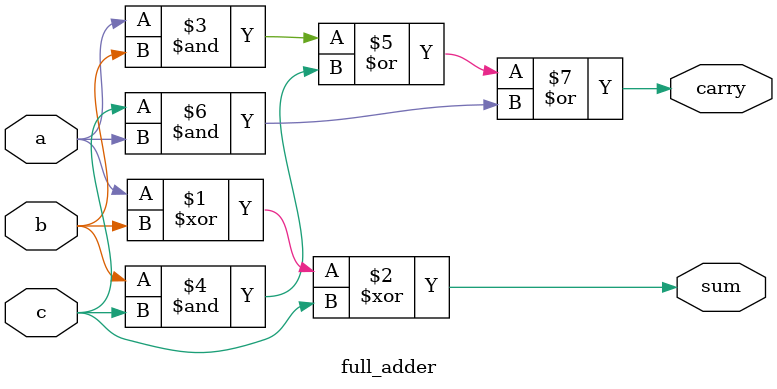
<source format=v>
/* verilator lint_off DECLFILENAME */
module adder_subtractor(a,b,sel,sout,cout);

input [3:0]a;
input [3:0]b;
input sel;
output [3:0]sout;
output cout;

wire [3:0]l;
wire [2:0]c;

assign l[0]=sel^b[0];
assign l[1]=sel^b[1];
assign l[2]=sel^b[2];
assign l[3]=sel^b[3];

full_adder fa0(a[0],l[0],sel,sout[0],c[0]);
full_adder fa1(a[1],l[1],c[0],sout[1],c[1]);
full_adder fa2(a[2],l[2],c[1],sout[2],c[2]);
full_adder fa3(a[3],l[3],c[2],sout[3],cout);

endmodule

module full_adder(a,b,c,sum,carry);
input a,b,c;
output sum;
output carry;

assign sum=a^b^c;
assign carry=(a&b)|(b&c)|(c&a);

endmodule
/* verilator lint_on DECLFILENAME */

</source>
